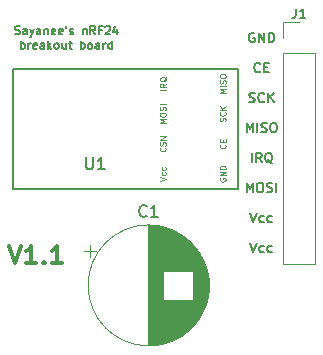
<source format=gto>
G04 #@! TF.GenerationSoftware,KiCad,Pcbnew,(5.0.1-3-g963ef8bb5)*
G04 #@! TF.CreationDate,2018-11-22T11:30:25+08:00*
G04 #@! TF.ProjectId,nRF24-breakout,6E524632342D627265616B6F75742E6B,1.0*
G04 #@! TF.SameCoordinates,Original*
G04 #@! TF.FileFunction,Legend,Top*
G04 #@! TF.FilePolarity,Positive*
%FSLAX46Y46*%
G04 Gerber Fmt 4.6, Leading zero omitted, Abs format (unit mm)*
G04 Created by KiCad (PCBNEW (5.0.1-3-g963ef8bb5)) date 2018 November 22, Thursday 11:30:25*
%MOMM*%
%LPD*%
G01*
G04 APERTURE LIST*
%ADD10C,0.175000*%
%ADD11C,0.300000*%
%ADD12C,0.200000*%
%ADD13C,0.120000*%
%ADD14C,0.150000*%
%ADD15C,0.125000*%
G04 APERTURE END LIST*
D10*
X146128333Y-88570833D02*
X146228333Y-88604166D01*
X146395000Y-88604166D01*
X146461666Y-88570833D01*
X146495000Y-88537500D01*
X146528333Y-88470833D01*
X146528333Y-88404166D01*
X146495000Y-88337500D01*
X146461666Y-88304166D01*
X146395000Y-88270833D01*
X146261666Y-88237500D01*
X146195000Y-88204166D01*
X146161666Y-88170833D01*
X146128333Y-88104166D01*
X146128333Y-88037500D01*
X146161666Y-87970833D01*
X146195000Y-87937500D01*
X146261666Y-87904166D01*
X146428333Y-87904166D01*
X146528333Y-87937500D01*
X147128333Y-88604166D02*
X147128333Y-88237500D01*
X147095000Y-88170833D01*
X147028333Y-88137500D01*
X146895000Y-88137500D01*
X146828333Y-88170833D01*
X147128333Y-88570833D02*
X147061666Y-88604166D01*
X146895000Y-88604166D01*
X146828333Y-88570833D01*
X146795000Y-88504166D01*
X146795000Y-88437500D01*
X146828333Y-88370833D01*
X146895000Y-88337500D01*
X147061666Y-88337500D01*
X147128333Y-88304166D01*
X147395000Y-88137500D02*
X147561666Y-88604166D01*
X147728333Y-88137500D02*
X147561666Y-88604166D01*
X147495000Y-88770833D01*
X147461666Y-88804166D01*
X147395000Y-88837500D01*
X148295000Y-88604166D02*
X148295000Y-88237500D01*
X148261666Y-88170833D01*
X148195000Y-88137500D01*
X148061666Y-88137500D01*
X147995000Y-88170833D01*
X148295000Y-88570833D02*
X148228333Y-88604166D01*
X148061666Y-88604166D01*
X147995000Y-88570833D01*
X147961666Y-88504166D01*
X147961666Y-88437500D01*
X147995000Y-88370833D01*
X148061666Y-88337500D01*
X148228333Y-88337500D01*
X148295000Y-88304166D01*
X148628333Y-88137500D02*
X148628333Y-88604166D01*
X148628333Y-88204166D02*
X148661666Y-88170833D01*
X148728333Y-88137500D01*
X148828333Y-88137500D01*
X148895000Y-88170833D01*
X148928333Y-88237500D01*
X148928333Y-88604166D01*
X149528333Y-88570833D02*
X149461666Y-88604166D01*
X149328333Y-88604166D01*
X149261666Y-88570833D01*
X149228333Y-88504166D01*
X149228333Y-88237500D01*
X149261666Y-88170833D01*
X149328333Y-88137500D01*
X149461666Y-88137500D01*
X149528333Y-88170833D01*
X149561666Y-88237500D01*
X149561666Y-88304166D01*
X149228333Y-88370833D01*
X150128333Y-88570833D02*
X150061666Y-88604166D01*
X149928333Y-88604166D01*
X149861666Y-88570833D01*
X149828333Y-88504166D01*
X149828333Y-88237500D01*
X149861666Y-88170833D01*
X149928333Y-88137500D01*
X150061666Y-88137500D01*
X150128333Y-88170833D01*
X150161666Y-88237500D01*
X150161666Y-88304166D01*
X149828333Y-88370833D01*
X150495000Y-87904166D02*
X150495000Y-87937500D01*
X150461666Y-88004166D01*
X150428333Y-88037500D01*
X150761666Y-88570833D02*
X150828333Y-88604166D01*
X150961666Y-88604166D01*
X151028333Y-88570833D01*
X151061666Y-88504166D01*
X151061666Y-88470833D01*
X151028333Y-88404166D01*
X150961666Y-88370833D01*
X150861666Y-88370833D01*
X150795000Y-88337500D01*
X150761666Y-88270833D01*
X150761666Y-88237500D01*
X150795000Y-88170833D01*
X150861666Y-88137500D01*
X150961666Y-88137500D01*
X151028333Y-88170833D01*
X151895000Y-88137500D02*
X151895000Y-88604166D01*
X151895000Y-88204166D02*
X151928333Y-88170833D01*
X151995000Y-88137500D01*
X152095000Y-88137500D01*
X152161666Y-88170833D01*
X152195000Y-88237500D01*
X152195000Y-88604166D01*
X152928333Y-88604166D02*
X152695000Y-88270833D01*
X152528333Y-88604166D02*
X152528333Y-87904166D01*
X152795000Y-87904166D01*
X152861666Y-87937500D01*
X152895000Y-87970833D01*
X152928333Y-88037500D01*
X152928333Y-88137500D01*
X152895000Y-88204166D01*
X152861666Y-88237500D01*
X152795000Y-88270833D01*
X152528333Y-88270833D01*
X153461666Y-88237500D02*
X153228333Y-88237500D01*
X153228333Y-88604166D02*
X153228333Y-87904166D01*
X153561666Y-87904166D01*
X153795000Y-87970833D02*
X153828333Y-87937500D01*
X153895000Y-87904166D01*
X154061666Y-87904166D01*
X154128333Y-87937500D01*
X154161666Y-87970833D01*
X154195000Y-88037500D01*
X154195000Y-88104166D01*
X154161666Y-88204166D01*
X153761666Y-88604166D01*
X154195000Y-88604166D01*
X154795000Y-88137500D02*
X154795000Y-88604166D01*
X154628333Y-87870833D02*
X154461666Y-88370833D01*
X154895000Y-88370833D01*
X146645000Y-89829166D02*
X146645000Y-89129166D01*
X146645000Y-89395833D02*
X146711666Y-89362500D01*
X146845000Y-89362500D01*
X146911666Y-89395833D01*
X146945000Y-89429166D01*
X146978333Y-89495833D01*
X146978333Y-89695833D01*
X146945000Y-89762500D01*
X146911666Y-89795833D01*
X146845000Y-89829166D01*
X146711666Y-89829166D01*
X146645000Y-89795833D01*
X147278333Y-89829166D02*
X147278333Y-89362500D01*
X147278333Y-89495833D02*
X147311666Y-89429166D01*
X147345000Y-89395833D01*
X147411666Y-89362500D01*
X147478333Y-89362500D01*
X147978333Y-89795833D02*
X147911666Y-89829166D01*
X147778333Y-89829166D01*
X147711666Y-89795833D01*
X147678333Y-89729166D01*
X147678333Y-89462500D01*
X147711666Y-89395833D01*
X147778333Y-89362500D01*
X147911666Y-89362500D01*
X147978333Y-89395833D01*
X148011666Y-89462500D01*
X148011666Y-89529166D01*
X147678333Y-89595833D01*
X148611666Y-89829166D02*
X148611666Y-89462500D01*
X148578333Y-89395833D01*
X148511666Y-89362500D01*
X148378333Y-89362500D01*
X148311666Y-89395833D01*
X148611666Y-89795833D02*
X148545000Y-89829166D01*
X148378333Y-89829166D01*
X148311666Y-89795833D01*
X148278333Y-89729166D01*
X148278333Y-89662500D01*
X148311666Y-89595833D01*
X148378333Y-89562500D01*
X148545000Y-89562500D01*
X148611666Y-89529166D01*
X148945000Y-89829166D02*
X148945000Y-89129166D01*
X149011666Y-89562500D02*
X149211666Y-89829166D01*
X149211666Y-89362500D02*
X148945000Y-89629166D01*
X149611666Y-89829166D02*
X149545000Y-89795833D01*
X149511666Y-89762500D01*
X149478333Y-89695833D01*
X149478333Y-89495833D01*
X149511666Y-89429166D01*
X149545000Y-89395833D01*
X149611666Y-89362500D01*
X149711666Y-89362500D01*
X149778333Y-89395833D01*
X149811666Y-89429166D01*
X149845000Y-89495833D01*
X149845000Y-89695833D01*
X149811666Y-89762500D01*
X149778333Y-89795833D01*
X149711666Y-89829166D01*
X149611666Y-89829166D01*
X150445000Y-89362500D02*
X150445000Y-89829166D01*
X150145000Y-89362500D02*
X150145000Y-89729166D01*
X150178333Y-89795833D01*
X150245000Y-89829166D01*
X150345000Y-89829166D01*
X150411666Y-89795833D01*
X150445000Y-89762500D01*
X150678333Y-89362500D02*
X150945000Y-89362500D01*
X150778333Y-89129166D02*
X150778333Y-89729166D01*
X150811666Y-89795833D01*
X150878333Y-89829166D01*
X150945000Y-89829166D01*
X151711666Y-89829166D02*
X151711666Y-89129166D01*
X151711666Y-89395833D02*
X151778333Y-89362500D01*
X151911666Y-89362500D01*
X151978333Y-89395833D01*
X152011666Y-89429166D01*
X152045000Y-89495833D01*
X152045000Y-89695833D01*
X152011666Y-89762500D01*
X151978333Y-89795833D01*
X151911666Y-89829166D01*
X151778333Y-89829166D01*
X151711666Y-89795833D01*
X152445000Y-89829166D02*
X152378333Y-89795833D01*
X152345000Y-89762500D01*
X152311666Y-89695833D01*
X152311666Y-89495833D01*
X152345000Y-89429166D01*
X152378333Y-89395833D01*
X152445000Y-89362500D01*
X152545000Y-89362500D01*
X152611666Y-89395833D01*
X152645000Y-89429166D01*
X152678333Y-89495833D01*
X152678333Y-89695833D01*
X152645000Y-89762500D01*
X152611666Y-89795833D01*
X152545000Y-89829166D01*
X152445000Y-89829166D01*
X153278333Y-89829166D02*
X153278333Y-89462500D01*
X153245000Y-89395833D01*
X153178333Y-89362500D01*
X153045000Y-89362500D01*
X152978333Y-89395833D01*
X153278333Y-89795833D02*
X153211666Y-89829166D01*
X153045000Y-89829166D01*
X152978333Y-89795833D01*
X152945000Y-89729166D01*
X152945000Y-89662500D01*
X152978333Y-89595833D01*
X153045000Y-89562500D01*
X153211666Y-89562500D01*
X153278333Y-89529166D01*
X153611666Y-89829166D02*
X153611666Y-89362500D01*
X153611666Y-89495833D02*
X153645000Y-89429166D01*
X153678333Y-89395833D01*
X153745000Y-89362500D01*
X153811666Y-89362500D01*
X154345000Y-89829166D02*
X154345000Y-89129166D01*
X154345000Y-89795833D02*
X154278333Y-89829166D01*
X154145000Y-89829166D01*
X154078333Y-89795833D01*
X154045000Y-89762500D01*
X154011666Y-89695833D01*
X154011666Y-89495833D01*
X154045000Y-89429166D01*
X154078333Y-89395833D01*
X154145000Y-89362500D01*
X154278333Y-89362500D01*
X154345000Y-89395833D01*
D11*
X145669285Y-106493571D02*
X146169285Y-107993571D01*
X146669285Y-106493571D01*
X147955000Y-107993571D02*
X147097857Y-107993571D01*
X147526428Y-107993571D02*
X147526428Y-106493571D01*
X147383571Y-106707857D01*
X147240714Y-106850714D01*
X147097857Y-106922142D01*
X148597857Y-107850714D02*
X148669285Y-107922142D01*
X148597857Y-107993571D01*
X148526428Y-107922142D01*
X148597857Y-107850714D01*
X148597857Y-107993571D01*
X150097857Y-107993571D02*
X149240714Y-107993571D01*
X149669285Y-107993571D02*
X149669285Y-106493571D01*
X149526428Y-106707857D01*
X149383571Y-106850714D01*
X149240714Y-106922142D01*
D12*
X166395476Y-88500000D02*
X166319285Y-88461904D01*
X166205000Y-88461904D01*
X166090714Y-88500000D01*
X166014523Y-88576190D01*
X165976428Y-88652380D01*
X165938333Y-88804761D01*
X165938333Y-88919047D01*
X165976428Y-89071428D01*
X166014523Y-89147619D01*
X166090714Y-89223809D01*
X166205000Y-89261904D01*
X166281190Y-89261904D01*
X166395476Y-89223809D01*
X166433571Y-89185714D01*
X166433571Y-88919047D01*
X166281190Y-88919047D01*
X166776428Y-89261904D02*
X166776428Y-88461904D01*
X167233571Y-89261904D01*
X167233571Y-88461904D01*
X167614523Y-89261904D02*
X167614523Y-88461904D01*
X167805000Y-88461904D01*
X167919285Y-88500000D01*
X167995476Y-88576190D01*
X168033571Y-88652380D01*
X168071666Y-88804761D01*
X168071666Y-88919047D01*
X168033571Y-89071428D01*
X167995476Y-89147619D01*
X167919285Y-89223809D01*
X167805000Y-89261904D01*
X167614523Y-89261904D01*
X166890714Y-91725714D02*
X166852619Y-91763809D01*
X166738333Y-91801904D01*
X166662142Y-91801904D01*
X166547857Y-91763809D01*
X166471666Y-91687619D01*
X166433571Y-91611428D01*
X166395476Y-91459047D01*
X166395476Y-91344761D01*
X166433571Y-91192380D01*
X166471666Y-91116190D01*
X166547857Y-91040000D01*
X166662142Y-91001904D01*
X166738333Y-91001904D01*
X166852619Y-91040000D01*
X166890714Y-91078095D01*
X167233571Y-91382857D02*
X167500238Y-91382857D01*
X167614523Y-91801904D02*
X167233571Y-91801904D01*
X167233571Y-91001904D01*
X167614523Y-91001904D01*
X165976428Y-94303809D02*
X166090714Y-94341904D01*
X166281190Y-94341904D01*
X166357380Y-94303809D01*
X166395476Y-94265714D01*
X166433571Y-94189523D01*
X166433571Y-94113333D01*
X166395476Y-94037142D01*
X166357380Y-93999047D01*
X166281190Y-93960952D01*
X166128809Y-93922857D01*
X166052619Y-93884761D01*
X166014523Y-93846666D01*
X165976428Y-93770476D01*
X165976428Y-93694285D01*
X166014523Y-93618095D01*
X166052619Y-93580000D01*
X166128809Y-93541904D01*
X166319285Y-93541904D01*
X166433571Y-93580000D01*
X167233571Y-94265714D02*
X167195476Y-94303809D01*
X167081190Y-94341904D01*
X167005000Y-94341904D01*
X166890714Y-94303809D01*
X166814523Y-94227619D01*
X166776428Y-94151428D01*
X166738333Y-93999047D01*
X166738333Y-93884761D01*
X166776428Y-93732380D01*
X166814523Y-93656190D01*
X166890714Y-93580000D01*
X167005000Y-93541904D01*
X167081190Y-93541904D01*
X167195476Y-93580000D01*
X167233571Y-93618095D01*
X167576428Y-94341904D02*
X167576428Y-93541904D01*
X168033571Y-94341904D02*
X167690714Y-93884761D01*
X168033571Y-93541904D02*
X167576428Y-93999047D01*
X165747857Y-96881904D02*
X165747857Y-96081904D01*
X166014523Y-96653333D01*
X166281190Y-96081904D01*
X166281190Y-96881904D01*
X166662142Y-96881904D02*
X166662142Y-96081904D01*
X167005000Y-96843809D02*
X167119285Y-96881904D01*
X167309761Y-96881904D01*
X167385952Y-96843809D01*
X167424047Y-96805714D01*
X167462142Y-96729523D01*
X167462142Y-96653333D01*
X167424047Y-96577142D01*
X167385952Y-96539047D01*
X167309761Y-96500952D01*
X167157380Y-96462857D01*
X167081190Y-96424761D01*
X167043095Y-96386666D01*
X167005000Y-96310476D01*
X167005000Y-96234285D01*
X167043095Y-96158095D01*
X167081190Y-96120000D01*
X167157380Y-96081904D01*
X167347857Y-96081904D01*
X167462142Y-96120000D01*
X167957380Y-96081904D02*
X168109761Y-96081904D01*
X168185952Y-96120000D01*
X168262142Y-96196190D01*
X168300238Y-96348571D01*
X168300238Y-96615238D01*
X168262142Y-96767619D01*
X168185952Y-96843809D01*
X168109761Y-96881904D01*
X167957380Y-96881904D01*
X167881190Y-96843809D01*
X167805000Y-96767619D01*
X167766904Y-96615238D01*
X167766904Y-96348571D01*
X167805000Y-96196190D01*
X167881190Y-96120000D01*
X167957380Y-96081904D01*
X166185952Y-99421904D02*
X166185952Y-98621904D01*
X167024047Y-99421904D02*
X166757380Y-99040952D01*
X166566904Y-99421904D02*
X166566904Y-98621904D01*
X166871666Y-98621904D01*
X166947857Y-98660000D01*
X166985952Y-98698095D01*
X167024047Y-98774285D01*
X167024047Y-98888571D01*
X166985952Y-98964761D01*
X166947857Y-99002857D01*
X166871666Y-99040952D01*
X166566904Y-99040952D01*
X167900238Y-99498095D02*
X167824047Y-99460000D01*
X167747857Y-99383809D01*
X167633571Y-99269523D01*
X167557380Y-99231428D01*
X167481190Y-99231428D01*
X167519285Y-99421904D02*
X167443095Y-99383809D01*
X167366904Y-99307619D01*
X167328809Y-99155238D01*
X167328809Y-98888571D01*
X167366904Y-98736190D01*
X167443095Y-98660000D01*
X167519285Y-98621904D01*
X167671666Y-98621904D01*
X167747857Y-98660000D01*
X167824047Y-98736190D01*
X167862142Y-98888571D01*
X167862142Y-99155238D01*
X167824047Y-99307619D01*
X167747857Y-99383809D01*
X167671666Y-99421904D01*
X167519285Y-99421904D01*
X165747857Y-101961904D02*
X165747857Y-101161904D01*
X166014523Y-101733333D01*
X166281190Y-101161904D01*
X166281190Y-101961904D01*
X166814523Y-101161904D02*
X166966904Y-101161904D01*
X167043095Y-101200000D01*
X167119285Y-101276190D01*
X167157380Y-101428571D01*
X167157380Y-101695238D01*
X167119285Y-101847619D01*
X167043095Y-101923809D01*
X166966904Y-101961904D01*
X166814523Y-101961904D01*
X166738333Y-101923809D01*
X166662142Y-101847619D01*
X166624047Y-101695238D01*
X166624047Y-101428571D01*
X166662142Y-101276190D01*
X166738333Y-101200000D01*
X166814523Y-101161904D01*
X167462142Y-101923809D02*
X167576428Y-101961904D01*
X167766904Y-101961904D01*
X167843095Y-101923809D01*
X167881190Y-101885714D01*
X167919285Y-101809523D01*
X167919285Y-101733333D01*
X167881190Y-101657142D01*
X167843095Y-101619047D01*
X167766904Y-101580952D01*
X167614523Y-101542857D01*
X167538333Y-101504761D01*
X167500238Y-101466666D01*
X167462142Y-101390476D01*
X167462142Y-101314285D01*
X167500238Y-101238095D01*
X167538333Y-101200000D01*
X167614523Y-101161904D01*
X167805000Y-101161904D01*
X167919285Y-101200000D01*
X168262142Y-101961904D02*
X168262142Y-101161904D01*
X166052619Y-103701904D02*
X166319285Y-104501904D01*
X166585952Y-103701904D01*
X167195476Y-104463809D02*
X167119285Y-104501904D01*
X166966904Y-104501904D01*
X166890714Y-104463809D01*
X166852619Y-104425714D01*
X166814523Y-104349523D01*
X166814523Y-104120952D01*
X166852619Y-104044761D01*
X166890714Y-104006666D01*
X166966904Y-103968571D01*
X167119285Y-103968571D01*
X167195476Y-104006666D01*
X167881190Y-104463809D02*
X167805000Y-104501904D01*
X167652619Y-104501904D01*
X167576428Y-104463809D01*
X167538333Y-104425714D01*
X167500238Y-104349523D01*
X167500238Y-104120952D01*
X167538333Y-104044761D01*
X167576428Y-104006666D01*
X167652619Y-103968571D01*
X167805000Y-103968571D01*
X167881190Y-104006666D01*
X166052619Y-106241904D02*
X166319285Y-107041904D01*
X166585952Y-106241904D01*
X167195476Y-107003809D02*
X167119285Y-107041904D01*
X166966904Y-107041904D01*
X166890714Y-107003809D01*
X166852619Y-106965714D01*
X166814523Y-106889523D01*
X166814523Y-106660952D01*
X166852619Y-106584761D01*
X166890714Y-106546666D01*
X166966904Y-106508571D01*
X167119285Y-106508571D01*
X167195476Y-106546666D01*
X167881190Y-107003809D02*
X167805000Y-107041904D01*
X167652619Y-107041904D01*
X167576428Y-107003809D01*
X167538333Y-106965714D01*
X167500238Y-106889523D01*
X167500238Y-106660952D01*
X167538333Y-106584761D01*
X167576428Y-106546666D01*
X167652619Y-106508571D01*
X167805000Y-106508571D01*
X167881190Y-106546666D01*
D13*
G04 #@! TO.C,J1*
X168850000Y-108010000D02*
X171510000Y-108010000D01*
X168850000Y-90170000D02*
X168850000Y-108010000D01*
X171510000Y-90170000D02*
X171510000Y-108010000D01*
X168850000Y-90170000D02*
X171510000Y-90170000D01*
X168850000Y-88900000D02*
X168850000Y-87570000D01*
X168850000Y-87570000D02*
X170180000Y-87570000D01*
D14*
G04 #@! TO.C,U1*
X165015001Y-101675001D02*
X165015001Y-91515001D01*
X145965001Y-91515001D02*
X145965001Y-101675001D01*
X165015001Y-101675001D02*
X165015001Y-91515001D01*
X165015001Y-91515001D02*
X145965001Y-91515001D01*
X145965001Y-101675001D02*
X165015001Y-101675001D01*
D13*
G04 #@! TO.C,C1*
X162560000Y-109855000D02*
G75*
G03X162560000Y-109855000I-5120000J0D01*
G01*
X157440000Y-104775000D02*
X157440000Y-114935000D01*
X157480000Y-104775000D02*
X157480000Y-114935000D01*
X157520000Y-104775000D02*
X157520000Y-114935000D01*
X157560000Y-104776000D02*
X157560000Y-114934000D01*
X157600000Y-104777000D02*
X157600000Y-114933000D01*
X157640000Y-104778000D02*
X157640000Y-114932000D01*
X157680000Y-104780000D02*
X157680000Y-114930000D01*
X157720000Y-104782000D02*
X157720000Y-114928000D01*
X157760000Y-104785000D02*
X157760000Y-114925000D01*
X157800000Y-104787000D02*
X157800000Y-114923000D01*
X157840000Y-104790000D02*
X157840000Y-114920000D01*
X157880000Y-104793000D02*
X157880000Y-114917000D01*
X157920000Y-104797000D02*
X157920000Y-114913000D01*
X157960000Y-104801000D02*
X157960000Y-114909000D01*
X158000000Y-104805000D02*
X158000000Y-114905000D01*
X158040000Y-104810000D02*
X158040000Y-114900000D01*
X158080000Y-104815000D02*
X158080000Y-114895000D01*
X158120000Y-104820000D02*
X158120000Y-114890000D01*
X158161000Y-104825000D02*
X158161000Y-114885000D01*
X158201000Y-104831000D02*
X158201000Y-114879000D01*
X158241000Y-104837000D02*
X158241000Y-114873000D01*
X158281000Y-104844000D02*
X158281000Y-114866000D01*
X158321000Y-104851000D02*
X158321000Y-114859000D01*
X158361000Y-104858000D02*
X158361000Y-114852000D01*
X158401000Y-104865000D02*
X158401000Y-114845000D01*
X158441000Y-104873000D02*
X158441000Y-114837000D01*
X158481000Y-104881000D02*
X158481000Y-114829000D01*
X158521000Y-104890000D02*
X158521000Y-114820000D01*
X158561000Y-104899000D02*
X158561000Y-114811000D01*
X158601000Y-104908000D02*
X158601000Y-114802000D01*
X158641000Y-104917000D02*
X158641000Y-114793000D01*
X158681000Y-104927000D02*
X158681000Y-114783000D01*
X158721000Y-104937000D02*
X158721000Y-108614000D01*
X158721000Y-111096000D02*
X158721000Y-114773000D01*
X158761000Y-104948000D02*
X158761000Y-108614000D01*
X158761000Y-111096000D02*
X158761000Y-114762000D01*
X158801000Y-104958000D02*
X158801000Y-108614000D01*
X158801000Y-111096000D02*
X158801000Y-114752000D01*
X158841000Y-104970000D02*
X158841000Y-108614000D01*
X158841000Y-111096000D02*
X158841000Y-114740000D01*
X158881000Y-104981000D02*
X158881000Y-108614000D01*
X158881000Y-111096000D02*
X158881000Y-114729000D01*
X158921000Y-104993000D02*
X158921000Y-108614000D01*
X158921000Y-111096000D02*
X158921000Y-114717000D01*
X158961000Y-105005000D02*
X158961000Y-108614000D01*
X158961000Y-111096000D02*
X158961000Y-114705000D01*
X159001000Y-105018000D02*
X159001000Y-108614000D01*
X159001000Y-111096000D02*
X159001000Y-114692000D01*
X159041000Y-105031000D02*
X159041000Y-108614000D01*
X159041000Y-111096000D02*
X159041000Y-114679000D01*
X159081000Y-105044000D02*
X159081000Y-108614000D01*
X159081000Y-111096000D02*
X159081000Y-114666000D01*
X159121000Y-105058000D02*
X159121000Y-108614000D01*
X159121000Y-111096000D02*
X159121000Y-114652000D01*
X159161000Y-105072000D02*
X159161000Y-108614000D01*
X159161000Y-111096000D02*
X159161000Y-114638000D01*
X159201000Y-105087000D02*
X159201000Y-108614000D01*
X159201000Y-111096000D02*
X159201000Y-114623000D01*
X159241000Y-105101000D02*
X159241000Y-108614000D01*
X159241000Y-111096000D02*
X159241000Y-114609000D01*
X159281000Y-105117000D02*
X159281000Y-108614000D01*
X159281000Y-111096000D02*
X159281000Y-114593000D01*
X159321000Y-105132000D02*
X159321000Y-108614000D01*
X159321000Y-111096000D02*
X159321000Y-114578000D01*
X159361000Y-105148000D02*
X159361000Y-108614000D01*
X159361000Y-111096000D02*
X159361000Y-114562000D01*
X159401000Y-105165000D02*
X159401000Y-108614000D01*
X159401000Y-111096000D02*
X159401000Y-114545000D01*
X159441000Y-105181000D02*
X159441000Y-108614000D01*
X159441000Y-111096000D02*
X159441000Y-114529000D01*
X159481000Y-105198000D02*
X159481000Y-108614000D01*
X159481000Y-111096000D02*
X159481000Y-114512000D01*
X159521000Y-105216000D02*
X159521000Y-108614000D01*
X159521000Y-111096000D02*
X159521000Y-114494000D01*
X159561000Y-105234000D02*
X159561000Y-108614000D01*
X159561000Y-111096000D02*
X159561000Y-114476000D01*
X159601000Y-105252000D02*
X159601000Y-108614000D01*
X159601000Y-111096000D02*
X159601000Y-114458000D01*
X159641000Y-105271000D02*
X159641000Y-108614000D01*
X159641000Y-111096000D02*
X159641000Y-114439000D01*
X159681000Y-105291000D02*
X159681000Y-108614000D01*
X159681000Y-111096000D02*
X159681000Y-114419000D01*
X159721000Y-105310000D02*
X159721000Y-108614000D01*
X159721000Y-111096000D02*
X159721000Y-114400000D01*
X159761000Y-105330000D02*
X159761000Y-108614000D01*
X159761000Y-111096000D02*
X159761000Y-114380000D01*
X159801000Y-105351000D02*
X159801000Y-108614000D01*
X159801000Y-111096000D02*
X159801000Y-114359000D01*
X159841000Y-105372000D02*
X159841000Y-108614000D01*
X159841000Y-111096000D02*
X159841000Y-114338000D01*
X159881000Y-105393000D02*
X159881000Y-108614000D01*
X159881000Y-111096000D02*
X159881000Y-114317000D01*
X159921000Y-105415000D02*
X159921000Y-108614000D01*
X159921000Y-111096000D02*
X159921000Y-114295000D01*
X159961000Y-105438000D02*
X159961000Y-108614000D01*
X159961000Y-111096000D02*
X159961000Y-114272000D01*
X160001000Y-105460000D02*
X160001000Y-108614000D01*
X160001000Y-111096000D02*
X160001000Y-114250000D01*
X160041000Y-105484000D02*
X160041000Y-108614000D01*
X160041000Y-111096000D02*
X160041000Y-114226000D01*
X160081000Y-105508000D02*
X160081000Y-108614000D01*
X160081000Y-111096000D02*
X160081000Y-114202000D01*
X160121000Y-105532000D02*
X160121000Y-108614000D01*
X160121000Y-111096000D02*
X160121000Y-114178000D01*
X160161000Y-105557000D02*
X160161000Y-108614000D01*
X160161000Y-111096000D02*
X160161000Y-114153000D01*
X160201000Y-105582000D02*
X160201000Y-108614000D01*
X160201000Y-111096000D02*
X160201000Y-114128000D01*
X160241000Y-105608000D02*
X160241000Y-108614000D01*
X160241000Y-111096000D02*
X160241000Y-114102000D01*
X160281000Y-105634000D02*
X160281000Y-108614000D01*
X160281000Y-111096000D02*
X160281000Y-114076000D01*
X160321000Y-105661000D02*
X160321000Y-108614000D01*
X160321000Y-111096000D02*
X160321000Y-114049000D01*
X160361000Y-105689000D02*
X160361000Y-108614000D01*
X160361000Y-111096000D02*
X160361000Y-114021000D01*
X160401000Y-105717000D02*
X160401000Y-108614000D01*
X160401000Y-111096000D02*
X160401000Y-113993000D01*
X160441000Y-105745000D02*
X160441000Y-108614000D01*
X160441000Y-111096000D02*
X160441000Y-113965000D01*
X160481000Y-105775000D02*
X160481000Y-108614000D01*
X160481000Y-111096000D02*
X160481000Y-113935000D01*
X160521000Y-105805000D02*
X160521000Y-108614000D01*
X160521000Y-111096000D02*
X160521000Y-113905000D01*
X160561000Y-105835000D02*
X160561000Y-108614000D01*
X160561000Y-111096000D02*
X160561000Y-113875000D01*
X160601000Y-105866000D02*
X160601000Y-108614000D01*
X160601000Y-111096000D02*
X160601000Y-113844000D01*
X160641000Y-105898000D02*
X160641000Y-108614000D01*
X160641000Y-111096000D02*
X160641000Y-113812000D01*
X160681000Y-105930000D02*
X160681000Y-108614000D01*
X160681000Y-111096000D02*
X160681000Y-113780000D01*
X160721000Y-105963000D02*
X160721000Y-108614000D01*
X160721000Y-111096000D02*
X160721000Y-113747000D01*
X160761000Y-105997000D02*
X160761000Y-108614000D01*
X160761000Y-111096000D02*
X160761000Y-113713000D01*
X160801000Y-106031000D02*
X160801000Y-108614000D01*
X160801000Y-111096000D02*
X160801000Y-113679000D01*
X160841000Y-106066000D02*
X160841000Y-108614000D01*
X160841000Y-111096000D02*
X160841000Y-113644000D01*
X160881000Y-106102000D02*
X160881000Y-108614000D01*
X160881000Y-111096000D02*
X160881000Y-113608000D01*
X160921000Y-106139000D02*
X160921000Y-108614000D01*
X160921000Y-111096000D02*
X160921000Y-113571000D01*
X160961000Y-106176000D02*
X160961000Y-108614000D01*
X160961000Y-111096000D02*
X160961000Y-113534000D01*
X161001000Y-106215000D02*
X161001000Y-108614000D01*
X161001000Y-111096000D02*
X161001000Y-113495000D01*
X161041000Y-106254000D02*
X161041000Y-108614000D01*
X161041000Y-111096000D02*
X161041000Y-113456000D01*
X161081000Y-106294000D02*
X161081000Y-108614000D01*
X161081000Y-111096000D02*
X161081000Y-113416000D01*
X161121000Y-106335000D02*
X161121000Y-108614000D01*
X161121000Y-111096000D02*
X161121000Y-113375000D01*
X161161000Y-106377000D02*
X161161000Y-108614000D01*
X161161000Y-111096000D02*
X161161000Y-113333000D01*
X161201000Y-106419000D02*
X161201000Y-113291000D01*
X161241000Y-106463000D02*
X161241000Y-113247000D01*
X161281000Y-106508000D02*
X161281000Y-113202000D01*
X161321000Y-106554000D02*
X161321000Y-113156000D01*
X161361000Y-106601000D02*
X161361000Y-113109000D01*
X161401000Y-106649000D02*
X161401000Y-113061000D01*
X161441000Y-106699000D02*
X161441000Y-113011000D01*
X161481000Y-106749000D02*
X161481000Y-112961000D01*
X161521000Y-106801000D02*
X161521000Y-112909000D01*
X161561000Y-106855000D02*
X161561000Y-112855000D01*
X161601000Y-106910000D02*
X161601000Y-112800000D01*
X161641000Y-106966000D02*
X161641000Y-112744000D01*
X161681000Y-107025000D02*
X161681000Y-112685000D01*
X161721000Y-107085000D02*
X161721000Y-112625000D01*
X161761000Y-107146000D02*
X161761000Y-112564000D01*
X161801000Y-107210000D02*
X161801000Y-112500000D01*
X161841000Y-107276000D02*
X161841000Y-112434000D01*
X161881000Y-107345000D02*
X161881000Y-112365000D01*
X161921000Y-107416000D02*
X161921000Y-112294000D01*
X161961000Y-107490000D02*
X161961000Y-112220000D01*
X162001000Y-107566000D02*
X162001000Y-112144000D01*
X162041000Y-107646000D02*
X162041000Y-112064000D01*
X162081000Y-107730000D02*
X162081000Y-111980000D01*
X162121000Y-107818000D02*
X162121000Y-111892000D01*
X162161000Y-107911000D02*
X162161000Y-111799000D01*
X162201000Y-108009000D02*
X162201000Y-111701000D01*
X162241000Y-108113000D02*
X162241000Y-111597000D01*
X162281000Y-108225000D02*
X162281000Y-111485000D01*
X162321000Y-108345000D02*
X162321000Y-111365000D01*
X162361000Y-108477000D02*
X162361000Y-111233000D01*
X162401000Y-108625000D02*
X162401000Y-111085000D01*
X162441000Y-108793000D02*
X162441000Y-110917000D01*
X162481000Y-108993000D02*
X162481000Y-110717000D01*
X162521000Y-109256000D02*
X162521000Y-110454000D01*
X151960354Y-106980000D02*
X152960354Y-106980000D01*
X152460354Y-106480000D02*
X152460354Y-107480000D01*
G04 #@! TO.C,J1*
D14*
X169913333Y-86429904D02*
X169913333Y-87001333D01*
X169875238Y-87115619D01*
X169799047Y-87191809D01*
X169684761Y-87229904D01*
X169608571Y-87229904D01*
X170713333Y-87229904D02*
X170256190Y-87229904D01*
X170484761Y-87229904D02*
X170484761Y-86429904D01*
X170408571Y-86544190D01*
X170332380Y-86620380D01*
X170256190Y-86658476D01*
G04 #@! TO.C,U1*
X152146095Y-99020380D02*
X152146095Y-99829904D01*
X152193714Y-99925142D01*
X152241333Y-99972761D01*
X152336571Y-100020380D01*
X152527047Y-100020380D01*
X152622285Y-99972761D01*
X152669904Y-99925142D01*
X152717523Y-99829904D01*
X152717523Y-99020380D01*
X153717523Y-100020380D02*
X153146095Y-100020380D01*
X153431809Y-100020380D02*
X153431809Y-99020380D01*
X153336571Y-99163238D01*
X153241333Y-99258476D01*
X153146095Y-99306095D01*
D15*
X163495001Y-100785953D02*
X163471191Y-100833572D01*
X163471191Y-100905001D01*
X163495001Y-100976429D01*
X163542620Y-101024048D01*
X163590239Y-101047858D01*
X163685477Y-101071667D01*
X163756905Y-101071667D01*
X163852143Y-101047858D01*
X163899762Y-101024048D01*
X163947381Y-100976429D01*
X163971191Y-100905001D01*
X163971191Y-100857381D01*
X163947381Y-100785953D01*
X163923572Y-100762143D01*
X163756905Y-100762143D01*
X163756905Y-100857381D01*
X163971191Y-100547858D02*
X163471191Y-100547858D01*
X163971191Y-100262143D01*
X163471191Y-100262143D01*
X163971191Y-100024048D02*
X163471191Y-100024048D01*
X163471191Y-99905001D01*
X163495001Y-99833572D01*
X163542620Y-99785953D01*
X163590239Y-99762143D01*
X163685477Y-99738334D01*
X163756905Y-99738334D01*
X163852143Y-99762143D01*
X163899762Y-99785953D01*
X163947381Y-99833572D01*
X163971191Y-99905001D01*
X163971191Y-100024048D01*
X163923572Y-97936429D02*
X163947381Y-97960239D01*
X163971191Y-98031667D01*
X163971191Y-98079286D01*
X163947381Y-98150715D01*
X163899762Y-98198334D01*
X163852143Y-98222143D01*
X163756905Y-98245953D01*
X163685477Y-98245953D01*
X163590239Y-98222143D01*
X163542620Y-98198334D01*
X163495001Y-98150715D01*
X163471191Y-98079286D01*
X163471191Y-98031667D01*
X163495001Y-97960239D01*
X163518810Y-97936429D01*
X163709286Y-97722143D02*
X163709286Y-97555477D01*
X163971191Y-97484048D02*
X163971191Y-97722143D01*
X163471191Y-97722143D01*
X163471191Y-97484048D01*
X163947381Y-95967858D02*
X163971191Y-95896429D01*
X163971191Y-95777381D01*
X163947381Y-95729762D01*
X163923572Y-95705953D01*
X163875953Y-95682143D01*
X163828334Y-95682143D01*
X163780715Y-95705953D01*
X163756905Y-95729762D01*
X163733096Y-95777381D01*
X163709286Y-95872620D01*
X163685477Y-95920239D01*
X163661667Y-95944048D01*
X163614048Y-95967858D01*
X163566429Y-95967858D01*
X163518810Y-95944048D01*
X163495001Y-95920239D01*
X163471191Y-95872620D01*
X163471191Y-95753572D01*
X163495001Y-95682143D01*
X163923572Y-95182143D02*
X163947381Y-95205953D01*
X163971191Y-95277381D01*
X163971191Y-95325001D01*
X163947381Y-95396429D01*
X163899762Y-95444048D01*
X163852143Y-95467858D01*
X163756905Y-95491667D01*
X163685477Y-95491667D01*
X163590239Y-95467858D01*
X163542620Y-95444048D01*
X163495001Y-95396429D01*
X163471191Y-95325001D01*
X163471191Y-95277381D01*
X163495001Y-95205953D01*
X163518810Y-95182143D01*
X163971191Y-94967858D02*
X163471191Y-94967858D01*
X163971191Y-94682143D02*
X163685477Y-94896429D01*
X163471191Y-94682143D02*
X163756905Y-94967858D01*
X163971191Y-93570715D02*
X163471191Y-93570715D01*
X163828334Y-93404048D01*
X163471191Y-93237381D01*
X163971191Y-93237381D01*
X163971191Y-92999286D02*
X163471191Y-92999286D01*
X163947381Y-92785001D02*
X163971191Y-92713572D01*
X163971191Y-92594524D01*
X163947381Y-92546905D01*
X163923572Y-92523096D01*
X163875953Y-92499286D01*
X163828334Y-92499286D01*
X163780715Y-92523096D01*
X163756905Y-92546905D01*
X163733096Y-92594524D01*
X163709286Y-92689762D01*
X163685477Y-92737381D01*
X163661667Y-92761191D01*
X163614048Y-92785001D01*
X163566429Y-92785001D01*
X163518810Y-92761191D01*
X163495001Y-92737381D01*
X163471191Y-92689762D01*
X163471191Y-92570715D01*
X163495001Y-92499286D01*
X163471191Y-92189762D02*
X163471191Y-92094524D01*
X163495001Y-92046905D01*
X163542620Y-91999286D01*
X163637858Y-91975477D01*
X163804524Y-91975477D01*
X163899762Y-91999286D01*
X163947381Y-92046905D01*
X163971191Y-92094524D01*
X163971191Y-92189762D01*
X163947381Y-92237381D01*
X163899762Y-92285001D01*
X163804524Y-92308810D01*
X163637858Y-92308810D01*
X163542620Y-92285001D01*
X163495001Y-92237381D01*
X163471191Y-92189762D01*
X158891191Y-93296905D02*
X158391191Y-93296905D01*
X158891191Y-92773096D02*
X158653096Y-92939762D01*
X158891191Y-93058810D02*
X158391191Y-93058810D01*
X158391191Y-92868334D01*
X158415001Y-92820715D01*
X158438810Y-92796905D01*
X158486429Y-92773096D01*
X158557858Y-92773096D01*
X158605477Y-92796905D01*
X158629286Y-92820715D01*
X158653096Y-92868334D01*
X158653096Y-93058810D01*
X158938810Y-92225477D02*
X158915001Y-92273096D01*
X158867381Y-92320715D01*
X158795953Y-92392143D01*
X158772143Y-92439762D01*
X158772143Y-92487381D01*
X158891191Y-92463572D02*
X158867381Y-92511191D01*
X158819762Y-92558810D01*
X158724524Y-92582620D01*
X158557858Y-92582620D01*
X158462620Y-92558810D01*
X158415001Y-92511191D01*
X158391191Y-92463572D01*
X158391191Y-92368334D01*
X158415001Y-92320715D01*
X158462620Y-92273096D01*
X158557858Y-92249286D01*
X158724524Y-92249286D01*
X158819762Y-92273096D01*
X158867381Y-92320715D01*
X158891191Y-92368334D01*
X158891191Y-92463572D01*
X158891191Y-96110715D02*
X158391191Y-96110715D01*
X158748334Y-95944048D01*
X158391191Y-95777381D01*
X158891191Y-95777381D01*
X158391191Y-95444048D02*
X158391191Y-95348810D01*
X158415001Y-95301191D01*
X158462620Y-95253572D01*
X158557858Y-95229762D01*
X158724524Y-95229762D01*
X158819762Y-95253572D01*
X158867381Y-95301191D01*
X158891191Y-95348810D01*
X158891191Y-95444048D01*
X158867381Y-95491667D01*
X158819762Y-95539286D01*
X158724524Y-95563096D01*
X158557858Y-95563096D01*
X158462620Y-95539286D01*
X158415001Y-95491667D01*
X158391191Y-95444048D01*
X158867381Y-95039286D02*
X158891191Y-94967858D01*
X158891191Y-94848810D01*
X158867381Y-94801191D01*
X158843572Y-94777381D01*
X158795953Y-94753572D01*
X158748334Y-94753572D01*
X158700715Y-94777381D01*
X158676905Y-94801191D01*
X158653096Y-94848810D01*
X158629286Y-94944048D01*
X158605477Y-94991667D01*
X158581667Y-95015477D01*
X158534048Y-95039286D01*
X158486429Y-95039286D01*
X158438810Y-95015477D01*
X158415001Y-94991667D01*
X158391191Y-94944048D01*
X158391191Y-94825001D01*
X158415001Y-94753572D01*
X158891191Y-94539286D02*
X158391191Y-94539286D01*
X158843572Y-98210239D02*
X158867381Y-98234048D01*
X158891191Y-98305477D01*
X158891191Y-98353096D01*
X158867381Y-98424524D01*
X158819762Y-98472143D01*
X158772143Y-98495953D01*
X158676905Y-98519762D01*
X158605477Y-98519762D01*
X158510239Y-98495953D01*
X158462620Y-98472143D01*
X158415001Y-98424524D01*
X158391191Y-98353096D01*
X158391191Y-98305477D01*
X158415001Y-98234048D01*
X158438810Y-98210239D01*
X158867381Y-98019762D02*
X158891191Y-97948334D01*
X158891191Y-97829286D01*
X158867381Y-97781667D01*
X158843572Y-97757858D01*
X158795953Y-97734048D01*
X158748334Y-97734048D01*
X158700715Y-97757858D01*
X158676905Y-97781667D01*
X158653096Y-97829286D01*
X158629286Y-97924524D01*
X158605477Y-97972143D01*
X158581667Y-97995953D01*
X158534048Y-98019762D01*
X158486429Y-98019762D01*
X158438810Y-97995953D01*
X158415001Y-97972143D01*
X158391191Y-97924524D01*
X158391191Y-97805477D01*
X158415001Y-97734048D01*
X158891191Y-97519762D02*
X158391191Y-97519762D01*
X158891191Y-97234048D01*
X158391191Y-97234048D01*
X158391191Y-101000239D02*
X158891191Y-100833572D01*
X158391191Y-100666905D01*
X158867381Y-100285953D02*
X158891191Y-100333572D01*
X158891191Y-100428810D01*
X158867381Y-100476429D01*
X158843572Y-100500239D01*
X158795953Y-100524048D01*
X158653096Y-100524048D01*
X158605477Y-100500239D01*
X158581667Y-100476429D01*
X158557858Y-100428810D01*
X158557858Y-100333572D01*
X158581667Y-100285953D01*
X158867381Y-99857381D02*
X158891191Y-99905001D01*
X158891191Y-100000239D01*
X158867381Y-100047858D01*
X158843572Y-100071667D01*
X158795953Y-100095477D01*
X158653096Y-100095477D01*
X158605477Y-100071667D01*
X158581667Y-100047858D01*
X158557858Y-100000239D01*
X158557858Y-99905001D01*
X158581667Y-99857381D01*
G04 #@! TO.C,C1*
D14*
X157273333Y-103962142D02*
X157225714Y-104009761D01*
X157082857Y-104057380D01*
X156987619Y-104057380D01*
X156844761Y-104009761D01*
X156749523Y-103914523D01*
X156701904Y-103819285D01*
X156654285Y-103628809D01*
X156654285Y-103485952D01*
X156701904Y-103295476D01*
X156749523Y-103200238D01*
X156844761Y-103105000D01*
X156987619Y-103057380D01*
X157082857Y-103057380D01*
X157225714Y-103105000D01*
X157273333Y-103152619D01*
X158225714Y-104057380D02*
X157654285Y-104057380D01*
X157940000Y-104057380D02*
X157940000Y-103057380D01*
X157844761Y-103200238D01*
X157749523Y-103295476D01*
X157654285Y-103343095D01*
G04 #@! TD*
M02*

</source>
